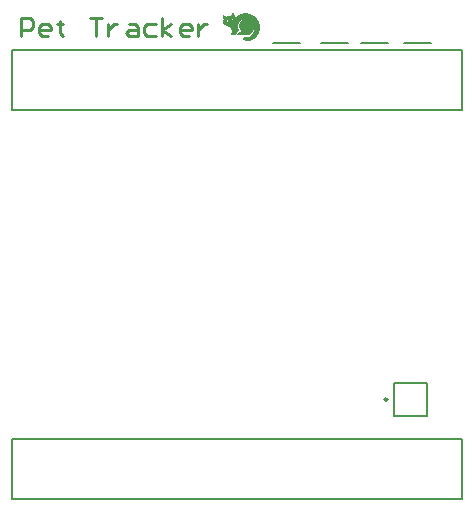
<source format=gto>
G04*
G04 #@! TF.GenerationSoftware,Altium Limited,Altium Designer,22.0.2 (36)*
G04*
G04 Layer_Color=65535*
%FSLAX25Y25*%
%MOIN*%
G70*
G04*
G04 #@! TF.SameCoordinates,E5DF6677-F1A3-40F0-8D4B-31E310C81F74*
G04*
G04*
G04 #@! TF.FilePolarity,Positive*
G04*
G01*
G75*
%ADD10C,0.00984*%
%ADD11C,0.00787*%
%ADD12C,0.01000*%
G36*
X77493Y170016D02*
X77511D01*
Y169979D01*
X77530D01*
Y169942D01*
X77548D01*
Y169905D01*
X77567D01*
Y169850D01*
X77585D01*
Y169813D01*
X77604D01*
Y169776D01*
X77622D01*
Y169720D01*
X77641D01*
Y169683D01*
X77659D01*
Y169646D01*
X77678D01*
Y169609D01*
X77696D01*
Y169554D01*
X77715D01*
Y169517D01*
X77733D01*
Y169480D01*
X77752D01*
Y169443D01*
X77770D01*
Y169387D01*
X77789D01*
Y169350D01*
X77807D01*
Y169313D01*
X77826D01*
Y169258D01*
X77844D01*
Y169221D01*
X77863D01*
Y169184D01*
X77881D01*
Y169147D01*
X77900D01*
Y169091D01*
X77918D01*
Y169054D01*
X77937D01*
Y169017D01*
X77955D01*
Y168962D01*
X77974D01*
Y168925D01*
X77992D01*
Y168888D01*
X78011D01*
Y168851D01*
X78029D01*
Y168795D01*
X78048D01*
Y168758D01*
X78066D01*
Y168721D01*
X78085D01*
Y168684D01*
X78103D01*
Y168629D01*
X78122D01*
Y168610D01*
X78159D01*
Y168592D01*
X78177D01*
Y168573D01*
X78214D01*
Y168555D01*
X78251D01*
Y168536D01*
X78270D01*
Y168518D01*
X78307D01*
Y168499D01*
X78325D01*
Y168481D01*
X78344D01*
Y168462D01*
X78381D01*
Y168444D01*
X78399D01*
Y168425D01*
X78436D01*
Y168444D01*
X78455D01*
Y168462D01*
X78473D01*
Y168481D01*
X78492D01*
Y168499D01*
X78510D01*
Y168518D01*
X78529D01*
Y168536D01*
X78547D01*
Y168555D01*
X78584D01*
Y168573D01*
X78603D01*
Y168592D01*
X78621D01*
Y168610D01*
X78640D01*
Y168629D01*
X78677D01*
Y168647D01*
X78695D01*
Y168666D01*
X78714D01*
Y168684D01*
X78732D01*
Y168703D01*
X78769D01*
Y168721D01*
X78788D01*
Y168740D01*
X78806D01*
Y168758D01*
X78843D01*
Y168777D01*
X78862D01*
Y168795D01*
X78880D01*
Y168814D01*
X78917D01*
Y168832D01*
X78936D01*
Y168851D01*
X78973D01*
Y168869D01*
X78991D01*
Y168888D01*
X79028D01*
Y168906D01*
X79047D01*
Y168925D01*
X79084D01*
Y168943D01*
X79121D01*
Y168962D01*
X79139D01*
Y168980D01*
X79176D01*
Y168999D01*
X79195D01*
Y169017D01*
X79232D01*
Y169036D01*
X79269D01*
Y169054D01*
X79306D01*
Y169073D01*
X79324D01*
Y169091D01*
X79361D01*
Y169110D01*
X79398D01*
Y169128D01*
X79435D01*
Y169147D01*
X79472D01*
Y169165D01*
X79509D01*
Y169184D01*
X79546D01*
Y169202D01*
X79583D01*
Y169221D01*
X79620D01*
Y169239D01*
X79657D01*
Y169258D01*
X79694D01*
Y169276D01*
X79750D01*
Y169295D01*
X79787D01*
Y169313D01*
X79824D01*
Y169332D01*
X79879D01*
Y169350D01*
X79916D01*
Y169369D01*
X79972D01*
Y169387D01*
X80027D01*
Y169406D01*
X80064D01*
Y169424D01*
X80120D01*
Y169443D01*
X80175D01*
Y169461D01*
X80249D01*
Y169480D01*
X80305D01*
Y169498D01*
X80360D01*
Y169517D01*
X80434D01*
Y169535D01*
X80508D01*
Y169554D01*
X80582D01*
Y169572D01*
X80675D01*
Y169591D01*
X80767D01*
Y169609D01*
X80878D01*
Y169628D01*
X81008D01*
Y169646D01*
X81156D01*
Y169665D01*
X81396D01*
Y169683D01*
X81896D01*
Y169665D01*
X82136D01*
Y169646D01*
X82284D01*
Y169628D01*
X82414D01*
Y169609D01*
X82525D01*
Y169591D01*
X82617D01*
Y169572D01*
X82710D01*
Y169554D01*
X82784D01*
Y169535D01*
X82858D01*
Y169517D01*
X82932D01*
Y169498D01*
X82987D01*
Y169480D01*
X83043D01*
Y169461D01*
X83098D01*
Y169443D01*
X83172D01*
Y169424D01*
X83228D01*
Y169406D01*
X83265D01*
Y169387D01*
X83320D01*
Y169369D01*
X83376D01*
Y169350D01*
X83413D01*
Y169332D01*
X83468D01*
Y169313D01*
X83505D01*
Y169295D01*
X83561D01*
Y169276D01*
X83598D01*
Y169258D01*
X83635D01*
Y169239D01*
X83672D01*
Y169221D01*
X83709D01*
Y169202D01*
X83746D01*
Y169184D01*
X83783D01*
Y169165D01*
X83820D01*
Y169147D01*
X83857D01*
Y169128D01*
X83894D01*
Y169110D01*
X83931D01*
Y169091D01*
X83968D01*
Y169073D01*
X84005D01*
Y169054D01*
X84023D01*
Y169036D01*
X84060D01*
Y169017D01*
X84097D01*
Y168999D01*
X84116D01*
Y168980D01*
X84153D01*
Y168962D01*
X84190D01*
Y168943D01*
X84208D01*
Y168925D01*
X84245D01*
Y168906D01*
X84264D01*
Y168888D01*
X84301D01*
Y168869D01*
X84319D01*
Y168851D01*
X84356D01*
Y168832D01*
X84375D01*
Y168814D01*
X84412D01*
Y168795D01*
X84430D01*
Y168777D01*
X84449D01*
Y168758D01*
X84486D01*
Y168740D01*
X84504D01*
Y168721D01*
X84523D01*
Y168703D01*
X84560D01*
Y168684D01*
X84578D01*
Y168666D01*
X84597D01*
Y168647D01*
X84634D01*
Y168629D01*
X84652D01*
Y168610D01*
X84671D01*
Y168592D01*
X84689D01*
Y168573D01*
X84708D01*
Y168555D01*
X84745D01*
Y168536D01*
X84763D01*
Y168518D01*
X84782D01*
Y168499D01*
X84800D01*
Y168481D01*
X84819D01*
Y168462D01*
X84837D01*
Y168444D01*
X84856D01*
Y168425D01*
X84893D01*
Y168407D01*
X84911D01*
Y168388D01*
X84930D01*
Y168370D01*
X84948D01*
Y168351D01*
X84967D01*
Y168333D01*
X84985D01*
Y168314D01*
X85004D01*
Y168296D01*
X85022D01*
Y168277D01*
X85041D01*
Y168259D01*
X85059D01*
Y168240D01*
X85078D01*
Y168222D01*
X85096D01*
Y168203D01*
X85115D01*
Y168185D01*
X85133D01*
Y168166D01*
X85152D01*
Y168148D01*
X85170D01*
Y168111D01*
X85189D01*
Y168092D01*
X85207D01*
Y168074D01*
X85226D01*
Y168055D01*
X85244D01*
Y168037D01*
X85263D01*
Y168018D01*
X85281D01*
Y168000D01*
X85300D01*
Y167963D01*
X85318D01*
Y167944D01*
X85337D01*
Y167926D01*
X85355D01*
Y167907D01*
X85374D01*
Y167889D01*
X85392D01*
Y167852D01*
X85411D01*
Y167833D01*
X85429D01*
Y167815D01*
X85448D01*
Y167778D01*
X85466D01*
Y167759D01*
X85485D01*
Y167741D01*
X85503D01*
Y167704D01*
X85522D01*
Y167685D01*
X85540D01*
Y167667D01*
X85559D01*
Y167630D01*
X85577D01*
Y167611D01*
X85596D01*
Y167574D01*
X85614D01*
Y167556D01*
X85633D01*
Y167519D01*
X85651D01*
Y167500D01*
X85670D01*
Y167463D01*
X85688D01*
Y167445D01*
X85707D01*
Y167408D01*
X85725D01*
Y167371D01*
X85744D01*
Y167352D01*
X85762D01*
Y167315D01*
X85781D01*
Y167278D01*
X85799D01*
Y167260D01*
X85818D01*
Y167223D01*
X85836D01*
Y167186D01*
X85855D01*
Y167149D01*
X85873D01*
Y167112D01*
X85892D01*
Y167075D01*
X85910D01*
Y167038D01*
X85929D01*
Y167001D01*
X85947D01*
Y166964D01*
X85966D01*
Y166927D01*
X85984D01*
Y166890D01*
X86003D01*
Y166853D01*
X86021D01*
Y166797D01*
X86040D01*
Y166760D01*
X86058D01*
Y166723D01*
X86077D01*
Y166668D01*
X86095D01*
Y166631D01*
X86114D01*
Y166575D01*
X86132D01*
Y166520D01*
X86151D01*
Y166464D01*
X86169D01*
Y166427D01*
X86188D01*
Y166353D01*
X86206D01*
Y166298D01*
X86225D01*
Y166242D01*
X86243D01*
Y166168D01*
X86262D01*
Y166113D01*
X86280D01*
Y166039D01*
X86299D01*
Y165946D01*
X86317D01*
Y165872D01*
X86336D01*
Y165780D01*
X86354D01*
Y165669D01*
X86373D01*
Y165539D01*
X86391D01*
Y165521D01*
Y165391D01*
X86410D01*
Y165132D01*
X86428D01*
Y164670D01*
X86410D01*
Y164411D01*
X86391D01*
Y164263D01*
X86373D01*
Y164133D01*
X86354D01*
Y164022D01*
X86336D01*
Y163930D01*
X86317D01*
Y163837D01*
X86299D01*
Y163763D01*
X86280D01*
Y163708D01*
X86262D01*
Y163634D01*
X86243D01*
Y163560D01*
X86225D01*
Y163504D01*
X86206D01*
Y163430D01*
X86188D01*
Y163375D01*
X86169D01*
Y163319D01*
X86151D01*
Y163282D01*
X86132D01*
Y163227D01*
X86114D01*
Y163171D01*
X86095D01*
Y163134D01*
X86077D01*
Y163079D01*
X86058D01*
Y163042D01*
X86040D01*
Y162986D01*
X86021D01*
Y162949D01*
X86003D01*
Y162912D01*
X85984D01*
Y162875D01*
X85966D01*
Y162838D01*
X85947D01*
Y162801D01*
X85929D01*
Y162764D01*
X85910D01*
Y162727D01*
X85892D01*
Y162690D01*
X85873D01*
Y162653D01*
X85855D01*
Y162616D01*
X85836D01*
Y162579D01*
X85818D01*
Y162561D01*
X85799D01*
Y162524D01*
X85781D01*
Y162487D01*
X85762D01*
Y162450D01*
X85744D01*
Y162431D01*
X85725D01*
Y162394D01*
X85707D01*
Y162376D01*
X85688D01*
Y162339D01*
X85670D01*
Y162302D01*
X85651D01*
Y162283D01*
X85633D01*
Y162265D01*
X85614D01*
Y162228D01*
X85596D01*
Y162209D01*
X85577D01*
Y162172D01*
X85559D01*
Y162154D01*
X85540D01*
Y162117D01*
X85522D01*
Y162098D01*
X85503D01*
Y162080D01*
X85485D01*
Y162043D01*
X85466D01*
Y162024D01*
X85448D01*
Y162006D01*
X85429D01*
Y161987D01*
X85411D01*
Y161950D01*
X85392D01*
Y161932D01*
X85374D01*
Y161913D01*
X85355D01*
Y161895D01*
X85337D01*
Y161858D01*
X85318D01*
Y161839D01*
X85300D01*
Y161821D01*
X85281D01*
Y161802D01*
X85263D01*
Y161784D01*
X85244D01*
Y161765D01*
X85226D01*
Y161747D01*
X85207D01*
Y161728D01*
X85189D01*
Y161710D01*
X85170D01*
Y161673D01*
X85152D01*
Y161654D01*
X85133D01*
Y161636D01*
X85115D01*
Y161617D01*
X85096D01*
Y161599D01*
X85078D01*
Y161580D01*
X85059D01*
Y161562D01*
X85041D01*
Y161543D01*
X85022D01*
Y161525D01*
X84985D01*
Y161506D01*
X84967D01*
Y161488D01*
X84948D01*
Y161469D01*
X84930D01*
Y161451D01*
X84911D01*
Y161432D01*
X84893D01*
Y161414D01*
X84874D01*
Y161395D01*
X84856D01*
Y161377D01*
X84819D01*
Y161358D01*
X84800D01*
Y161340D01*
X84782D01*
Y161321D01*
X84763D01*
Y161303D01*
X84745D01*
Y161284D01*
X84708D01*
Y161266D01*
X84689D01*
Y161247D01*
X84671D01*
Y161229D01*
X84634D01*
Y161210D01*
X84615D01*
Y161192D01*
X84597D01*
Y161173D01*
X84560D01*
Y161155D01*
X84541D01*
Y161136D01*
X84504D01*
Y161118D01*
X84486D01*
Y161099D01*
X84449D01*
Y161081D01*
X84430D01*
Y161062D01*
X84393D01*
Y161044D01*
X84375D01*
Y161025D01*
X84338D01*
Y161007D01*
X84319D01*
Y160988D01*
X84282D01*
Y160970D01*
X84245D01*
Y160951D01*
X84208D01*
Y160933D01*
X84190D01*
Y160914D01*
X84153D01*
Y160896D01*
X84116D01*
Y160877D01*
X84079D01*
Y160859D01*
X84042D01*
Y160840D01*
X84005D01*
Y160822D01*
X83968D01*
Y160803D01*
X83931D01*
Y160785D01*
X83894D01*
Y160766D01*
X83838D01*
Y160748D01*
X83801D01*
Y160729D01*
X83746D01*
Y160711D01*
X83709D01*
Y160692D01*
X83653D01*
Y160674D01*
X83598D01*
Y160655D01*
X83542D01*
Y160637D01*
X83487D01*
Y160618D01*
X83431D01*
Y160600D01*
X83376D01*
Y160581D01*
X83302D01*
Y160563D01*
X83228D01*
Y160544D01*
X83154D01*
Y160526D01*
X83061D01*
Y160507D01*
X82950D01*
Y160489D01*
X82802D01*
Y160470D01*
X82599D01*
Y160452D01*
X82136D01*
Y160470D01*
X81933D01*
Y160489D01*
X81785D01*
Y160507D01*
X81674D01*
Y160526D01*
X81581D01*
Y160544D01*
X81489D01*
Y160563D01*
X81415D01*
Y160581D01*
X81341D01*
Y160600D01*
X81267D01*
Y160618D01*
X81211D01*
Y160637D01*
X81156D01*
Y160655D01*
X81100D01*
Y160674D01*
X81063D01*
Y160692D01*
X81026D01*
Y160711D01*
X80989D01*
Y160729D01*
X80971D01*
Y160748D01*
X80934D01*
Y160766D01*
X80915D01*
Y160785D01*
X80897D01*
Y160803D01*
X80860D01*
Y160822D01*
X80841D01*
Y160840D01*
X80823D01*
Y160859D01*
X80804D01*
Y160896D01*
X80786D01*
Y160914D01*
X80767D01*
Y160933D01*
X80749D01*
Y160970D01*
X80730D01*
Y161007D01*
X80712D01*
Y161062D01*
X80693D01*
Y161173D01*
X80675D01*
Y161210D01*
X80693D01*
Y161303D01*
X80712D01*
Y161340D01*
X80730D01*
Y161377D01*
X80749D01*
Y161395D01*
X80767D01*
Y161432D01*
X80786D01*
Y161451D01*
X80804D01*
Y161469D01*
X80841D01*
Y161488D01*
X80860D01*
Y161506D01*
X80897D01*
Y161525D01*
X80915D01*
Y161543D01*
X80971D01*
Y161562D01*
X81008D01*
Y161580D01*
X81063D01*
Y161599D01*
X81156D01*
Y161617D01*
X82025D01*
Y161636D01*
X82173D01*
Y161654D01*
X82266D01*
Y161673D01*
X82358D01*
Y161691D01*
X82432D01*
Y161710D01*
X82488D01*
Y161728D01*
X82543D01*
Y161747D01*
X82599D01*
Y161765D01*
X82654D01*
Y161784D01*
X82710D01*
Y161802D01*
X82747D01*
Y161821D01*
X82802D01*
Y161839D01*
X82839D01*
Y161858D01*
X82876D01*
Y161876D01*
X82913D01*
Y161895D01*
X82950D01*
Y161913D01*
X82987D01*
Y161932D01*
X83024D01*
Y161950D01*
X83061D01*
Y161969D01*
X83080D01*
Y161987D01*
X83117D01*
Y162006D01*
X83154D01*
Y162024D01*
X83172D01*
Y162043D01*
X83209D01*
Y162061D01*
X83228D01*
Y162080D01*
X83265D01*
Y162098D01*
X83283D01*
Y162117D01*
X83302D01*
Y162135D01*
X83339D01*
Y162154D01*
X83357D01*
Y162172D01*
X83376D01*
Y162191D01*
X83413D01*
Y162209D01*
X83431D01*
Y162228D01*
X83450D01*
Y162246D01*
X83468D01*
Y162265D01*
X83487D01*
Y162283D01*
X83505D01*
Y162302D01*
X83542D01*
Y162339D01*
X83579D01*
Y162357D01*
X83598D01*
Y162376D01*
X83616D01*
Y162394D01*
X83635D01*
Y162413D01*
X83653D01*
Y162431D01*
X83672D01*
Y162468D01*
X83690D01*
Y162487D01*
X83709D01*
Y162505D01*
X83727D01*
Y162524D01*
X83746D01*
Y162542D01*
X83764D01*
Y162561D01*
X83783D01*
Y162579D01*
X83801D01*
Y162616D01*
X83820D01*
Y162635D01*
X83838D01*
Y162653D01*
X83857D01*
Y162672D01*
X83875D01*
Y162709D01*
X83894D01*
Y162727D01*
X83912D01*
Y162764D01*
X83931D01*
Y162783D01*
X83949D01*
Y162801D01*
X83968D01*
Y162838D01*
X83986D01*
Y162875D01*
X84005D01*
Y162894D01*
X84023D01*
Y162931D01*
X84042D01*
Y162968D01*
X84060D01*
Y162986D01*
X84079D01*
Y163023D01*
X84097D01*
Y163060D01*
X84116D01*
Y163097D01*
X84134D01*
Y163134D01*
X84153D01*
Y163171D01*
X84171D01*
Y163208D01*
X84190D01*
Y163264D01*
X84208D01*
Y163301D01*
X84227D01*
Y163356D01*
X84245D01*
Y163393D01*
X84264D01*
Y163449D01*
X84282D01*
Y163504D01*
X84301D01*
Y163578D01*
X84319D01*
Y163652D01*
X84338D01*
Y163726D01*
X84356D01*
Y163800D01*
X84375D01*
Y163911D01*
X84393D01*
Y164078D01*
X84412D01*
Y164411D01*
X84393D01*
Y164318D01*
X84375D01*
Y164244D01*
X84356D01*
Y164189D01*
X84338D01*
Y164133D01*
X84319D01*
Y164059D01*
X84301D01*
Y164022D01*
X84282D01*
Y163967D01*
X84264D01*
Y163930D01*
X84245D01*
Y163874D01*
X84227D01*
Y163837D01*
X84208D01*
Y163800D01*
X84190D01*
Y163763D01*
X84171D01*
Y163726D01*
X84153D01*
Y163689D01*
X84134D01*
Y163652D01*
X84116D01*
Y163615D01*
X84097D01*
Y163578D01*
X84079D01*
Y163560D01*
X84060D01*
Y163523D01*
X84042D01*
Y163486D01*
X84023D01*
Y163467D01*
X84005D01*
Y163430D01*
X83986D01*
Y163412D01*
X83968D01*
Y163375D01*
X83949D01*
Y163356D01*
X83931D01*
Y163338D01*
X83912D01*
Y163301D01*
X83894D01*
Y163282D01*
X83875D01*
Y163264D01*
X83857D01*
Y163227D01*
X83838D01*
Y163208D01*
X83820D01*
Y163190D01*
X83801D01*
Y163171D01*
X83783D01*
Y163153D01*
X83764D01*
Y163134D01*
X83746D01*
Y163097D01*
X83727D01*
Y163079D01*
X83709D01*
Y163060D01*
X83690D01*
Y163042D01*
X83672D01*
Y163023D01*
X83653D01*
Y163005D01*
X83635D01*
Y162986D01*
X83616D01*
Y162968D01*
X83598D01*
Y162949D01*
X83579D01*
Y162931D01*
X83561D01*
Y162912D01*
X83524D01*
Y162894D01*
X83505D01*
Y162875D01*
X83487D01*
Y162857D01*
X83468D01*
Y162838D01*
X83450D01*
Y162820D01*
X83431D01*
Y162801D01*
X83394D01*
Y162783D01*
X83376D01*
Y162764D01*
X83357D01*
Y162746D01*
X83320D01*
Y162727D01*
X83302D01*
Y162709D01*
X83265D01*
Y162690D01*
X83246D01*
Y162672D01*
X83228D01*
Y162653D01*
X83191D01*
Y162635D01*
X83154D01*
Y162616D01*
X83135D01*
Y162598D01*
X83098D01*
Y162579D01*
X83061D01*
Y162561D01*
X83043D01*
Y162542D01*
X83006D01*
Y162524D01*
X82969D01*
Y162505D01*
X82932D01*
Y162487D01*
X78936D01*
Y162598D01*
X78954D01*
Y162672D01*
X78973D01*
Y162727D01*
X78991D01*
Y162783D01*
X79010D01*
Y162820D01*
X79028D01*
Y162857D01*
X79047D01*
Y162894D01*
X79065D01*
Y162931D01*
X79084D01*
Y162968D01*
X79102D01*
Y163005D01*
X79121D01*
Y163023D01*
X79139D01*
Y163060D01*
X79158D01*
Y163079D01*
X79176D01*
Y163116D01*
X79195D01*
Y163134D01*
X79213D01*
Y163153D01*
X79232D01*
Y163171D01*
X79250D01*
Y163190D01*
X79269D01*
Y163208D01*
X79287D01*
Y163245D01*
X79306D01*
Y163264D01*
X79343D01*
Y163282D01*
X79361D01*
Y163301D01*
X79380D01*
Y163319D01*
X79398D01*
Y163338D01*
X79417D01*
Y163356D01*
X79435D01*
Y163375D01*
X79472D01*
Y163393D01*
X79491D01*
Y163412D01*
X79528D01*
Y163430D01*
X79546D01*
Y163449D01*
X79583D01*
Y163467D01*
X79620D01*
Y163486D01*
X79657D01*
Y163504D01*
X79676D01*
Y163523D01*
X79731D01*
Y163541D01*
X79768D01*
Y163560D01*
X79824D01*
Y163578D01*
X79879D01*
Y163597D01*
X79953D01*
Y163615D01*
X80046D01*
Y163634D01*
X80194D01*
Y163652D01*
X80175D01*
Y163671D01*
X80157D01*
Y163708D01*
X80138D01*
Y163726D01*
X80120D01*
Y163745D01*
X80101D01*
Y163763D01*
X80083D01*
Y163782D01*
X80064D01*
Y163819D01*
X80046D01*
Y163837D01*
X80027D01*
Y163856D01*
X80009D01*
Y163893D01*
X79990D01*
Y163911D01*
X79972D01*
Y163930D01*
X79953D01*
Y163967D01*
X79935D01*
Y163985D01*
X79916D01*
Y164022D01*
X79898D01*
Y164059D01*
X79879D01*
Y164078D01*
X79861D01*
Y164115D01*
X79842D01*
Y164152D01*
X79824D01*
Y164189D01*
X79805D01*
Y164226D01*
X79787D01*
Y164263D01*
X79768D01*
Y164300D01*
X79750D01*
Y164337D01*
X79731D01*
Y164374D01*
X79713D01*
Y164429D01*
X79694D01*
Y164466D01*
X79676D01*
Y164522D01*
X79657D01*
Y164577D01*
X79639D01*
Y164633D01*
X79620D01*
Y164707D01*
X79602D01*
Y164781D01*
X79583D01*
Y164873D01*
X79565D01*
Y164966D01*
X79546D01*
Y165132D01*
X79528D01*
Y165576D01*
X79546D01*
Y165724D01*
X79565D01*
Y165835D01*
X79583D01*
Y165928D01*
X79602D01*
Y165983D01*
X79620D01*
Y166057D01*
X79639D01*
Y166113D01*
X79657D01*
Y166168D01*
X79676D01*
Y166224D01*
X79694D01*
Y166279D01*
X79713D01*
Y166316D01*
X79731D01*
Y166353D01*
X79750D01*
Y166409D01*
X79768D01*
Y166446D01*
X79787D01*
Y166483D01*
X79805D01*
Y166520D01*
X79824D01*
Y166538D01*
X79842D01*
Y166575D01*
X79861D01*
Y166612D01*
X79879D01*
Y166649D01*
X79898D01*
Y166668D01*
X79916D01*
Y166705D01*
X79935D01*
Y166723D01*
X79953D01*
Y166760D01*
X79972D01*
Y166779D01*
X79990D01*
Y166816D01*
X80009D01*
Y166834D01*
X80027D01*
Y166853D01*
X80046D01*
Y166890D01*
X80064D01*
Y166908D01*
X80083D01*
Y166927D01*
X80101D01*
Y166945D01*
X80120D01*
Y166982D01*
X80138D01*
Y167001D01*
X80157D01*
Y167019D01*
X80175D01*
Y167038D01*
X80194D01*
Y167056D01*
X80212D01*
Y167075D01*
X80231D01*
Y167093D01*
X80249D01*
Y167112D01*
X80268D01*
Y167130D01*
X80286D01*
Y167149D01*
X80305D01*
Y167167D01*
X80323D01*
Y167186D01*
X80342D01*
Y167204D01*
X80360D01*
Y167223D01*
X80379D01*
Y167241D01*
X80397D01*
Y167260D01*
X80434D01*
Y167278D01*
X80453D01*
Y167297D01*
X80471D01*
Y167315D01*
X80490D01*
Y167334D01*
X80527D01*
Y167352D01*
X80545D01*
Y167371D01*
X80564D01*
Y167389D01*
X80601D01*
Y167408D01*
X80619D01*
Y167426D01*
X80656D01*
Y167445D01*
X80675D01*
Y167463D01*
X80712D01*
Y167482D01*
X80749D01*
Y167500D01*
X80786D01*
Y167519D01*
X80823D01*
Y167537D01*
X80841D01*
Y167556D01*
X80804D01*
Y167537D01*
X80767D01*
Y167519D01*
X80712D01*
Y167500D01*
X80675D01*
Y167482D01*
X80638D01*
Y167463D01*
X80582D01*
Y167445D01*
X80545D01*
Y167426D01*
X80508D01*
Y167408D01*
X80471D01*
Y167389D01*
X80434D01*
Y167371D01*
X80416D01*
Y167352D01*
X80379D01*
Y167334D01*
X80342D01*
Y167315D01*
X80305D01*
Y167297D01*
X80286D01*
Y167278D01*
X80249D01*
Y167260D01*
X80231D01*
Y167241D01*
X80194D01*
Y167223D01*
X80175D01*
Y167204D01*
X80157D01*
Y167186D01*
X80120D01*
Y167167D01*
X80101D01*
Y167149D01*
X80083D01*
Y167130D01*
X80046D01*
Y167112D01*
X80027D01*
Y167093D01*
X80009D01*
Y167075D01*
X79990D01*
Y167056D01*
X79972D01*
Y167038D01*
X79953D01*
Y167019D01*
X79935D01*
Y167001D01*
X79916D01*
Y166982D01*
X79898D01*
Y166964D01*
X79861D01*
Y166945D01*
X79842D01*
Y166908D01*
X79824D01*
Y166890D01*
X79805D01*
Y166871D01*
X79787D01*
Y166853D01*
X79768D01*
Y166834D01*
X79750D01*
Y166816D01*
X79731D01*
Y166797D01*
X79713D01*
Y166779D01*
X79694D01*
Y166742D01*
X79676D01*
Y166723D01*
X79657D01*
Y166705D01*
X79639D01*
Y166668D01*
X79620D01*
Y166649D01*
X79602D01*
Y166631D01*
X79583D01*
Y166594D01*
X79565D01*
Y166575D01*
X79546D01*
Y166538D01*
X79528D01*
Y166520D01*
X79509D01*
Y166483D01*
X79491D01*
Y166446D01*
X79472D01*
Y166427D01*
X79454D01*
Y166390D01*
X79435D01*
Y166353D01*
X79417D01*
Y166316D01*
X79398D01*
Y166279D01*
X79380D01*
Y166242D01*
X79361D01*
Y166205D01*
X79343D01*
Y166150D01*
X79324D01*
Y166113D01*
X79306D01*
Y166057D01*
X79287D01*
Y166020D01*
X79269D01*
Y165965D01*
X79250D01*
Y165909D01*
X79232D01*
Y165835D01*
X79213D01*
Y165761D01*
X79195D01*
Y165687D01*
X79176D01*
Y165576D01*
X79158D01*
Y165428D01*
X79139D01*
Y164947D01*
X79158D01*
Y164799D01*
X79176D01*
Y164707D01*
X79195D01*
Y164614D01*
X79213D01*
Y164540D01*
X79232D01*
Y164466D01*
X79250D01*
Y164411D01*
X79269D01*
Y164355D01*
X79287D01*
Y164318D01*
X79306D01*
Y164263D01*
X79324D01*
Y164207D01*
X79343D01*
Y164170D01*
X79361D01*
Y164133D01*
X79380D01*
Y164096D01*
X79398D01*
Y164059D01*
X79417D01*
Y164022D01*
X79435D01*
Y163985D01*
X79454D01*
Y163948D01*
X79472D01*
Y163930D01*
X79491D01*
Y163893D01*
X79509D01*
Y163856D01*
X79528D01*
Y163819D01*
X79509D01*
Y163800D01*
X79472D01*
Y163782D01*
X79435D01*
Y163763D01*
X79398D01*
Y163745D01*
X79380D01*
Y163726D01*
X79343D01*
Y163708D01*
X79324D01*
Y163689D01*
X79287D01*
Y163671D01*
X79269D01*
Y163652D01*
X79232D01*
Y163634D01*
X79213D01*
Y163615D01*
X79195D01*
Y163597D01*
X79176D01*
Y163578D01*
X79158D01*
Y163560D01*
X79121D01*
Y163541D01*
X79102D01*
Y163523D01*
X79084D01*
Y163504D01*
X79065D01*
Y163486D01*
X79047D01*
Y163467D01*
X79028D01*
Y163449D01*
X79010D01*
Y163430D01*
X78991D01*
Y163393D01*
X78973D01*
Y163375D01*
X78954D01*
Y163356D01*
X78936D01*
Y163338D01*
X78917D01*
Y163319D01*
X78899D01*
Y163282D01*
X78880D01*
Y163264D01*
X78862D01*
Y163227D01*
X78843D01*
Y163208D01*
X78825D01*
Y163171D01*
X78806D01*
Y163153D01*
X78788D01*
Y163116D01*
X78769D01*
Y163079D01*
X78751D01*
Y163042D01*
X78732D01*
Y163005D01*
X78714D01*
Y162968D01*
X78695D01*
Y162912D01*
X78677D01*
Y162857D01*
X78658D01*
Y162820D01*
X78640D01*
Y162746D01*
X78621D01*
Y162672D01*
X78603D01*
Y162579D01*
X78584D01*
Y162487D01*
X76734D01*
Y162579D01*
X76753D01*
Y162653D01*
X76771D01*
Y162727D01*
X76790D01*
Y162764D01*
X76808D01*
Y162820D01*
X76827D01*
Y162857D01*
X76845D01*
Y162894D01*
X76864D01*
Y162931D01*
X76882D01*
Y162968D01*
X76901D01*
Y163005D01*
X76919D01*
Y163023D01*
X76938D01*
Y163060D01*
X76956D01*
Y163079D01*
X76975D01*
Y163097D01*
X76993D01*
Y163134D01*
X77012D01*
Y163153D01*
X77030D01*
Y163171D01*
X77049D01*
Y163190D01*
X77067D01*
Y163208D01*
X77086D01*
Y163227D01*
X77104D01*
Y163245D01*
X77123D01*
Y163264D01*
X77141D01*
Y163375D01*
X77123D01*
Y163467D01*
X77104D01*
Y163541D01*
X77086D01*
Y163615D01*
X77067D01*
Y163708D01*
X77049D01*
Y163782D01*
X77030D01*
Y163837D01*
X77012D01*
Y163911D01*
X76993D01*
Y163967D01*
X76975D01*
Y164022D01*
X76956D01*
Y164078D01*
X76938D01*
Y164115D01*
X76919D01*
Y164170D01*
X76901D01*
Y164207D01*
X76882D01*
Y164263D01*
X76864D01*
Y164300D01*
X76845D01*
Y164337D01*
X76827D01*
Y164374D01*
X76808D01*
Y164411D01*
X76790D01*
Y164448D01*
X76771D01*
Y164485D01*
X76753D01*
Y164503D01*
X76734D01*
Y164540D01*
X76716D01*
Y164577D01*
X76697D01*
Y164596D01*
X76679D01*
Y164633D01*
X76660D01*
Y164651D01*
X76642D01*
Y164688D01*
X76623D01*
Y164707D01*
X76605D01*
Y164725D01*
X76586D01*
Y164762D01*
X76568D01*
Y164781D01*
X76549D01*
Y164799D01*
X76531D01*
Y164818D01*
X76512D01*
Y164836D01*
X76494D01*
Y164855D01*
X76475D01*
Y164873D01*
X76457D01*
Y164892D01*
X76438D01*
Y164910D01*
X76420D01*
Y164929D01*
X76401D01*
Y164947D01*
X76383D01*
Y164966D01*
X76364D01*
Y164984D01*
X76346D01*
Y165003D01*
X76327D01*
Y165021D01*
X76309D01*
Y165040D01*
X76272D01*
Y165058D01*
X76253D01*
Y165077D01*
X76235D01*
Y165095D01*
X76198D01*
Y165114D01*
X76179D01*
Y165132D01*
X76161D01*
Y165151D01*
X76124D01*
Y165169D01*
X76087D01*
Y165188D01*
X76068D01*
Y165206D01*
X76031D01*
Y165225D01*
X75994D01*
Y165243D01*
X75957D01*
Y165262D01*
X75939D01*
Y165280D01*
X75883D01*
Y165299D01*
X75846D01*
Y165317D01*
X75809D01*
Y165336D01*
X75772D01*
Y165354D01*
X75717D01*
Y165373D01*
X75661D01*
Y165391D01*
X75606D01*
Y165410D01*
X75550D01*
Y165428D01*
X75495D01*
Y165447D01*
X75421D01*
Y165465D01*
X75347D01*
Y165484D01*
X75273D01*
Y165502D01*
X75217D01*
Y165521D01*
X75162D01*
Y165539D01*
X75106D01*
Y165558D01*
X75051D01*
Y165576D01*
X75014D01*
Y165595D01*
X74958D01*
Y165613D01*
X74921D01*
Y165632D01*
X74884D01*
Y165650D01*
X74847D01*
Y165669D01*
X74810D01*
Y165687D01*
X74773D01*
Y165706D01*
X74755D01*
Y165724D01*
X74718D01*
Y165743D01*
X74699D01*
Y165761D01*
X74662D01*
Y165780D01*
X74644D01*
Y165798D01*
X74607D01*
Y165817D01*
X74588D01*
Y165835D01*
X74570D01*
Y165854D01*
X74533D01*
Y165872D01*
X74514D01*
Y165891D01*
X74496D01*
Y165909D01*
X74477D01*
Y165928D01*
X74459D01*
Y165946D01*
X74440D01*
Y165965D01*
X74422D01*
Y165983D01*
X74403D01*
Y166002D01*
X74385D01*
Y166020D01*
X74366D01*
Y166039D01*
X74348D01*
Y166076D01*
X74329D01*
Y166094D01*
X74311D01*
Y166113D01*
X74292D01*
Y166150D01*
X74274D01*
Y166168D01*
X74255D01*
Y166205D01*
X74237D01*
Y166242D01*
X74218D01*
Y166261D01*
X74200D01*
Y166298D01*
X74181D01*
Y166353D01*
X74163D01*
Y166390D01*
X74144D01*
Y166446D01*
X74126D01*
Y166501D01*
X74107D01*
Y166575D01*
X74089D01*
Y166705D01*
X74070D01*
Y166927D01*
X74089D01*
Y167056D01*
X74107D01*
Y167130D01*
X74126D01*
Y167204D01*
X74144D01*
Y167260D01*
X74163D01*
Y167315D01*
X74181D01*
Y167352D01*
X74200D01*
Y167408D01*
X74218D01*
Y167445D01*
X74237D01*
Y167482D01*
X74255D01*
Y167519D01*
X74274D01*
Y167537D01*
X74292D01*
Y167574D01*
X74311D01*
Y167759D01*
X74292D01*
Y167926D01*
X74274D01*
Y168092D01*
X74255D01*
Y168259D01*
X74237D01*
Y168425D01*
X74218D01*
Y168592D01*
X74200D01*
Y168758D01*
X74181D01*
Y168943D01*
X74163D01*
Y169091D01*
X74144D01*
Y169128D01*
X74163D01*
Y169165D01*
X74255D01*
Y169147D01*
X74292D01*
Y169128D01*
X74311D01*
Y169110D01*
X74329D01*
Y169091D01*
X74366D01*
Y169073D01*
X74385D01*
Y169054D01*
X74422D01*
Y169036D01*
X74440D01*
Y169017D01*
X74459D01*
Y168999D01*
X74496D01*
Y168980D01*
X74514D01*
Y168962D01*
X74533D01*
Y168943D01*
X74570D01*
Y168925D01*
X74588D01*
Y168906D01*
X74607D01*
Y168888D01*
X74644D01*
Y168869D01*
X74662D01*
Y168851D01*
X74699D01*
Y168832D01*
X74718D01*
Y168814D01*
X74736D01*
Y168795D01*
X74773D01*
Y168777D01*
X74792D01*
Y168758D01*
X74810D01*
Y168740D01*
X74847D01*
Y168721D01*
X74866D01*
Y168703D01*
X74884D01*
Y168684D01*
X74921D01*
Y168666D01*
X74940D01*
Y168647D01*
X74977D01*
Y168629D01*
X74995D01*
Y168610D01*
X75014D01*
Y168592D01*
X75051D01*
Y168573D01*
X75069D01*
Y168555D01*
X75088D01*
Y168536D01*
X75125D01*
Y168518D01*
X75143D01*
Y168499D01*
X75162D01*
Y168481D01*
X75199D01*
Y168462D01*
X75217D01*
Y168444D01*
X75254D01*
Y168462D01*
X75291D01*
Y168481D01*
X75328D01*
Y168499D01*
X75365D01*
Y168518D01*
X75402D01*
Y168536D01*
X75439D01*
Y168555D01*
X75476D01*
Y168573D01*
X75513D01*
Y168592D01*
X75550D01*
Y168610D01*
X75606D01*
Y168629D01*
X75643D01*
Y168647D01*
X75698D01*
Y168666D01*
X75735D01*
Y168684D01*
X75791D01*
Y168703D01*
X75846D01*
Y168721D01*
X75902D01*
Y168740D01*
X75976D01*
Y168758D01*
X76031D01*
Y168777D01*
X76105D01*
Y168795D01*
X76179D01*
Y168814D01*
X76272D01*
Y168832D01*
X76364D01*
Y168851D01*
X76494D01*
Y168869D01*
X76660D01*
Y168888D01*
X76901D01*
Y168906D01*
X76919D01*
Y168943D01*
X76938D01*
Y168980D01*
X76956D01*
Y169036D01*
X76975D01*
Y169073D01*
X76993D01*
Y169110D01*
X77012D01*
Y169147D01*
X77030D01*
Y169202D01*
X77049D01*
Y169239D01*
X77067D01*
Y169276D01*
X77086D01*
Y169332D01*
X77104D01*
Y169369D01*
X77123D01*
Y169406D01*
X77141D01*
Y169443D01*
X77160D01*
Y169498D01*
X77178D01*
Y169535D01*
X77197D01*
Y169572D01*
X77215D01*
Y169609D01*
X77234D01*
Y169665D01*
X77252D01*
Y169702D01*
X77271D01*
Y169739D01*
X77289D01*
Y169794D01*
X77308D01*
Y169831D01*
X77326D01*
Y169868D01*
X77345D01*
Y169905D01*
X77363D01*
Y169961D01*
X77382D01*
Y169979D01*
X77400D01*
Y170016D01*
X77419D01*
Y170035D01*
X77493D01*
Y170016D01*
D02*
G37*
%LPC*%
G36*
X77308Y167852D02*
X77289D01*
Y167833D01*
X77197D01*
Y167815D01*
X77160D01*
Y167796D01*
X77123D01*
Y167778D01*
X77104D01*
Y167759D01*
X77086D01*
Y167741D01*
X77067D01*
Y167722D01*
X77049D01*
Y167685D01*
X77030D01*
Y167648D01*
X77012D01*
Y167482D01*
X77030D01*
Y167426D01*
X77049D01*
Y167408D01*
X77067D01*
Y167389D01*
Y167371D01*
X77086D01*
Y167352D01*
X77123D01*
Y167334D01*
X77141D01*
Y167315D01*
X77178D01*
Y167297D01*
X77215D01*
Y167278D01*
X77363D01*
Y167297D01*
X77419D01*
Y167315D01*
X77437D01*
Y167334D01*
X77474D01*
Y167352D01*
X77493D01*
Y167371D01*
X77511D01*
Y167389D01*
X77530D01*
Y167426D01*
X77548D01*
Y167463D01*
X77567D01*
Y167648D01*
X77548D01*
Y167704D01*
X77530D01*
Y167722D01*
X77511D01*
Y167741D01*
X77493D01*
Y167759D01*
X77474D01*
Y167778D01*
X77456D01*
Y167796D01*
X77437D01*
Y167815D01*
X77400D01*
Y167833D01*
X77308D01*
Y167852D01*
D02*
G37*
G36*
X75587Y167389D02*
X75550D01*
Y167371D01*
X75458D01*
Y167352D01*
X75421D01*
Y167334D01*
X75402D01*
Y167315D01*
X75365D01*
Y167297D01*
X75347D01*
Y167260D01*
X75328D01*
Y167241D01*
X75310D01*
Y167204D01*
X75291D01*
Y167149D01*
Y167130D01*
Y167001D01*
X75310D01*
Y166964D01*
X75328D01*
Y166927D01*
X75347D01*
Y166908D01*
X75365D01*
Y166890D01*
X75384D01*
Y166871D01*
X75421D01*
Y166853D01*
X75439D01*
Y166834D01*
X75495D01*
Y166816D01*
X75624D01*
Y166834D01*
X75680D01*
Y166853D01*
X75717D01*
Y166871D01*
X75735D01*
Y166890D01*
X75754D01*
Y166908D01*
X75772D01*
Y166927D01*
X75791D01*
Y166945D01*
X75809D01*
Y166982D01*
X75828D01*
Y167019D01*
X75846D01*
Y167167D01*
X75828D01*
Y167223D01*
X75809D01*
Y167260D01*
X75791D01*
Y167278D01*
X75772D01*
Y167297D01*
X75754D01*
Y167315D01*
X75735D01*
Y167334D01*
X75698D01*
Y167352D01*
X75661D01*
Y167371D01*
X75587D01*
Y167389D01*
D02*
G37*
%LPD*%
D10*
X128921Y41000D02*
G03*
X128921Y41000I-492J0D01*
G01*
D11*
X134547Y159744D02*
X143405D01*
X3949Y157500D02*
X153949D01*
X3949Y137500D02*
X153949D01*
X3949D02*
Y157500D01*
X153949Y137500D02*
Y157500D01*
X3949Y7890D02*
X153949D01*
X3949Y27890D02*
X153949D01*
Y7890D02*
Y27890D01*
X3949Y7890D02*
Y27890D01*
X90932Y159645D02*
X99790D01*
X106890Y159744D02*
X115748D01*
X120177Y159843D02*
X129035D01*
X130988Y35488D02*
Y46512D01*
X130988Y46512D02*
X142012D01*
Y35488D02*
Y46512D01*
X130988Y35488D02*
X142012D01*
D12*
X6807Y162024D02*
Y168022D01*
X9806D01*
X10806Y167022D01*
Y165023D01*
X9806Y164023D01*
X6807D01*
X15804Y162024D02*
X13805D01*
X12805Y163023D01*
Y165023D01*
X13805Y166022D01*
X15804D01*
X16804Y165023D01*
Y164023D01*
X12805D01*
X19803Y167022D02*
Y166022D01*
X18803D01*
X20803D01*
X19803D01*
Y163023D01*
X20803Y162024D01*
X29800Y168022D02*
X33798D01*
X31799D01*
Y162024D01*
X35798Y166022D02*
Y162024D01*
Y164023D01*
X36797Y165023D01*
X37797Y166022D01*
X38797D01*
X42795D02*
X44795D01*
X45794Y165023D01*
Y162024D01*
X42795D01*
X41796Y163023D01*
X42795Y164023D01*
X45794D01*
X51793Y166022D02*
X48794D01*
X47794Y165023D01*
Y163023D01*
X48794Y162024D01*
X51793D01*
X53792D02*
Y168022D01*
Y164023D02*
X56791Y166022D01*
X53792Y164023D02*
X56791Y162024D01*
X62789D02*
X60790D01*
X59790Y163023D01*
Y165023D01*
X60790Y166022D01*
X62789D01*
X63789Y165023D01*
Y164023D01*
X59790D01*
X65788Y166022D02*
Y162024D01*
Y164023D01*
X66788Y165023D01*
X67787Y166022D01*
X68787D01*
M02*

</source>
